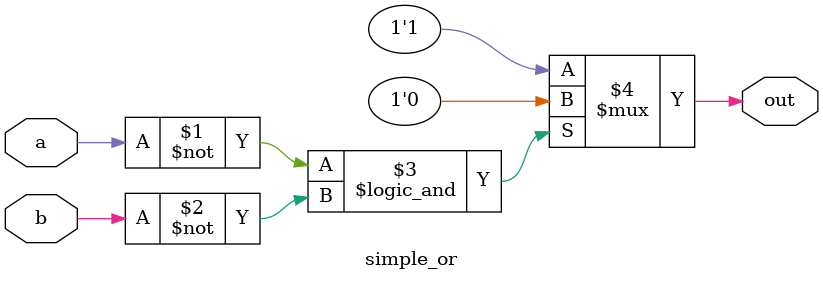
<source format=v>
module simple_or (
  input a,
  input b,
  output out
);

  assign out = (a == 1'b0 && b == 1'b0) ? 1'b0 : 1'b1; // Check both bits are low

endmodule
</source>
